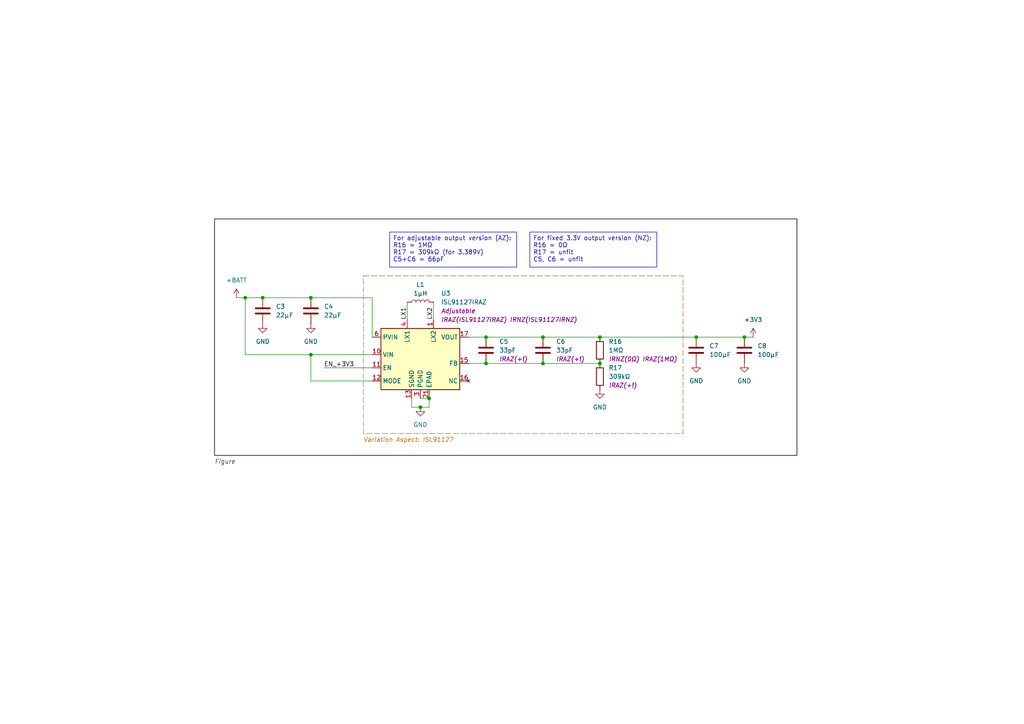
<source format=kicad_sch>
(kicad_sch (version 20231120) (generator "eeschema") (generator_version "8.0")
  (paper "A4")
  (title_block (title "KiVar Demo") (date "2024-09-14") (rev "0.4.0") (company "Author: Mark Hämmerling <dev@markh.de>") (comment 1 "https://github.com/markh-de/KiVar") (comment 4 "IC Variant Selection"))
  (lib_symbols
    (symbol "Device:C" (pin_numbers hide) (pin_names (offset 0.254))
      (property "Reference" "C" (at 0.635 2.54 0))
      (property "Value" "C" (at 0.635 -2.54 0))
      (symbol "C_0_1"
        (polyline (pts (xy -2.032 -0.762) (xy 2.032 -0.762)) (stroke (width 0.508)))
        (polyline (pts (xy -2.032 0.762) (xy 2.032 0.762)) (stroke (width 0.508)))
      )
      (symbol "C_1_1"
        (pin passive line (at 0 3.81 270) (length 2.794) (name "~") (number "1"))
        (pin passive line (at 0 -3.81 90) (length 2.794) (name "~") (number "2"))
      )
    )
    (symbol "Device:R" (pin_numbers hide) (pin_names (offset 0))
      (property "Reference" "R" (at 2.032 0 90))
      (property "Value" "R" (at 0 0 90))
      (symbol "R_0_1"
        (rectangle (start -1.016 -2.54) (end 1.016 2.54) (stroke (width 0.254)))
      )
      (symbol "R_1_1"
        (pin passive line (at 0 3.81 270) (length 1.27) (name "~") (number "1"))
        (pin passive line (at 0 -3.81 90) (length 1.27) (name "~") (number "2"))
      )
    )
    (symbol "markh-de:ISL91127IR"
      (property "Reference" "U" (at -11.43 10.16 0))
      (property "Value" "ISL91127IR" (at 5.08 -11.43 0))
      (symbol "ISL91127IR_0_0"
        (pin passive line (at 13.97 6.35 180) (length 2.54) hide (name "VOUT") (number "18"))
        (pin passive line (at 13.97 6.35 180) (length 2.54) hide (name "VOUT") (number "19"))
        (pin passive line (at 13.97 6.35 180) (length 2.54) hide (name "VOUT") (number "20"))
        (pin power_in line (at 2.54 -11.43 90) (length 2.54) (name "EPAD") (number "21"))
      )
      (symbol "ISL91127IR_0_1"
        (rectangle (start -11.43 8.89) (end 11.43 -8.89) (stroke (width 0.254)) (fill (type background)))
      )
      (symbol "ISL91127IR_1_1"
        (pin passive line (at 3.81 11.43 270) (length 2.54) (name "LX2") (number "1"))
        (pin power_in line (at -13.97 1.27 0) (length 2.54) (name "VIN") (number "10"))
        (pin input line (at -13.97 -2.54 0) (length 2.54) (name "EN") (number "11"))
        (pin input line (at -13.97 -6.35 0) (length 2.54) (name "MODE") (number "12"))
        (pin power_in line (at -2.54 -11.43 90) (length 2.54) (name "SGND") (number "13"))
        (pin passive line (at -2.54 -11.43 90) (length 2.54) hide (name "SGND") (number "14"))
        (pin passive line (at 13.97 -1.27 180) (length 2.54) (name "FB") (number "15"))
        (pin no_connect line (at 13.97 -6.35 180) (length 2.54) (name "NC") (number "16"))
        (pin power_out line (at 13.97 6.35 180) (length 2.54) (name "VOUT") (number "17"))
        (pin passive line (at 3.81 11.43 270) (length 2.54) hide (name "LX2") (number "2"))
        (pin power_in line (at 0 -11.43 90) (length 2.54) (name "PGND") (number "3"))
        (pin passive line (at -3.81 11.43 270) (length 2.54) (name "LX1") (number "4"))
        (pin passive line (at -3.81 11.43 270) (length 2.54) hide (name "LX1") (number "5"))
        (pin power_in line (at -13.97 6.35 0) (length 2.54) (name "PVIN") (number "6"))
        (pin passive line (at -13.97 6.35 0) (length 2.54) hide (name "PVIN") (number "7"))
        (pin passive line (at -13.97 6.35 0) (length 2.54) hide (name "PVIN") (number "8"))
        (pin passive line (at -13.97 6.35 0) (length 2.54) hide (name "PVIN") (number "9"))
      )
    )
    (symbol "markh-de:L_with_SOW" (pin_numbers hide) (pin_names (offset 1.016) hide)
      (property "Reference" "L" (at -1.27 0 90))
      (property "Value" "L_with_SOW" (at 1.905 0 90))
      (symbol "L_with_SOW_0_1"
        (arc (start 0 -2.54) (mid 0.6323 -1.905) (end 0 -1.27))
        (arc (start 0 -1.27) (mid 0.6323 -0.635) (end 0 0))
        (arc (start 0 0) (mid 0.6323 0.635) (end 0 1.27))
        (arc (start 0 1.27) (mid 0.6323 1.905) (end 0 2.54))
        (circle (center 0.762 2.54) (radius 0.0508) (fill (type outline)))
      )
      (symbol "L_with_SOW_1_1"
        (pin passive line (at 0 3.81 270) (length 1.27) (name "1") (number "1"))
        (pin passive line (at 0 -3.81 90) (length 1.27) (name "2") (number "2"))
      )
    )
    (symbol "power:+3V3" (power) (pin_numbers hide) (pin_names (offset 0) hide)
      (property "Value" "+3V3" (at 0 3.556 0))
      (symbol "+3V3_0_1"
        (polyline (pts (xy -0.762 1.27) (xy 0 2.54)))
        (polyline (pts (xy 0 0) (xy 0 2.54)))
        (polyline (pts (xy 0 2.54) (xy 0.762 1.27)))
      )
      (symbol "+3V3_1_1"
        (pin power_in line (at 0 0 90) (length 0) (name "~") (number "1"))
      )
    )
    (symbol "power:+BATT" (power) (pin_names (offset 0))
      (property "Value" "+BATT" (at 0 3.556 0))
      (symbol "+BATT_0_1"
        (polyline (pts (xy -0.762 1.27) (xy 0 2.54)))
        (polyline (pts (xy 0 0) (xy 0 2.54)))
        (polyline (pts (xy 0 2.54) (xy 0.762 1.27)))
      )
      (symbol "+BATT_1_1"
        (pin power_in line (at 0 0 90) (length 0) hide (name "+BATT") (number "1"))
      )
    )
    (symbol "power:GND" (power) (pin_names (offset 0))
      (property "Value" "GND" (at 0 -3.81 0))
      (symbol "GND_0_1"
        (polyline (pts (xy 0 0) (xy 0 -1.27) (xy 1.27 -1.27) (xy 0 -2.54) (xy -1.27 -1.27) (xy 0 -1.27)))
      )
      (symbol "GND_1_1"
        (pin power_in line (at 0 0 270) (length 0) hide (name "GND") (number "1"))
      )
    )
  )
  (junction (at 90.17 86.36))
  (junction (at 157.48 97.79))
  (junction (at 173.99 105.41))
  (junction (at 201.93 97.79))
  (junction (at 140.97 105.41))
  (junction (at 140.97 97.79))
  (junction (at 121.92 118.11))
  (junction (at 157.48 105.41))
  (junction (at 90.17 102.87))
  (junction (at 124.46 115.57))
  (junction (at 71.12 86.36))
  (junction (at 76.2 86.36))
  (junction (at 215.9 97.79))
  (junction (at 173.99 97.79))
  (wire (pts (xy 140.97 97.79) (xy 157.48 97.79)))
  (wire (pts (xy 90.17 86.36) (xy 107.95 86.36)))
  (wire (pts (xy 218.44 97.79) (xy 215.9 97.79)))
  (wire (pts (xy 119.38 115.57) (xy 119.38 118.11)))
  (wire (pts (xy 121.92 118.11) (xy 124.46 118.11)))
  (wire (pts (xy 140.97 105.41) (xy 157.48 105.41)))
  (wire (pts (xy 135.89 97.79) (xy 140.97 97.79)))
  (wire (pts (xy 90.17 110.49) (xy 90.17 102.87)))
  (wire (pts (xy 107.95 110.49) (xy 90.17 110.49)))
  (wire (pts (xy 173.99 97.79) (xy 201.93 97.79)))
  (wire (pts (xy 93.98 106.68) (xy 107.95 106.68)))
  (wire (pts (xy 107.95 86.36) (xy 107.95 97.79)))
  (wire (pts (xy 157.48 97.79) (xy 173.99 97.79)))
  (wire (pts (xy 71.12 102.87) (xy 71.12 86.36)))
  (wire (pts (xy 118.11 87.63) (xy 118.11 92.71)))
  (wire (pts (xy 125.73 87.63) (xy 125.73 92.71)))
  (wire (pts (xy 135.89 105.41) (xy 140.97 105.41)))
  (wire (pts (xy 157.48 105.41) (xy 173.99 105.41)))
  (wire (pts (xy 201.93 97.79) (xy 215.9 97.79)))
  (wire (pts (xy 71.12 86.36) (xy 76.2 86.36)))
  (wire (pts (xy 68.58 86.36) (xy 71.12 86.36)))
  (wire (pts (xy 90.17 102.87) (xy 107.95 102.87)))
  (wire (pts (xy 71.12 102.87) (xy 90.17 102.87)))
  (wire (pts (xy 121.92 115.57) (xy 124.46 115.57)))
  (wire (pts (xy 124.46 115.57) (xy 124.46 118.11)))
  (wire (pts (xy 76.2 86.36) (xy 90.17 86.36)))
  (wire (pts (xy 119.38 118.11) (xy 121.92 118.11)))
  (rectangle (start 62.23 63.5) (end 231.14 132.08) (stroke (width 0.254) (color 72 72 72 1)))
  (rectangle (start 105.41 80.01) (end 198.12 125.73) (stroke (width 0) (type dash) (color 204 102 0 1)))
  (text_box "For adjustable output version (AZ):\n${19266913-80e0-457a-99b2-78e8e0500366:REFERENCE} = 1MΩ\n${a9bf9950-5f5b-43e4-8b8c-8c8b79f444c7:REFERENCE} = 309kΩ (for 3.389V)\n${abb20631-1ddd-48a5-a6d8-1b902ca094b4:REFERENCE}+${a4ade26b-8133-417f-a3c4-f707e58b4e1d:REFERENCE} = 66pF" (at 113.03 67.31 0) (size 36.83 10.16) (effects (font (size 1.27 1.27)) (justify left top)))
  (text_box "For fixed 3.3V output version (NZ):\n${19266913-80e0-457a-99b2-78e8e0500366:REFERENCE} = 0Ω\n${a9bf9950-5f5b-43e4-8b8c-8c8b79f444c7:REFERENCE} = unfit\n${abb20631-1ddd-48a5-a6d8-1b902ca094b4:REFERENCE}, ${a4ade26b-8133-417f-a3c4-f707e58b4e1d:REFERENCE} = unfit" (at 153.67 67.31 0) (size 36.83 10.16) (effects (font (size 1.27 1.27)) (justify left top)))
  (text "Figure" (at 62.23 133.35 0) (effects (font (size 1.27 1.27) (italic yes)) (justify left top)))
  (text "Variation Aspect: ${61002a8a-6b88-406b-8c99-a0cdff0f1a3f:Var.Aspect}" (at 105.41 127 0) (effects (font (size 1.27 1.27) (italic yes)) (justify left top)))
  (label "LX1" (at 118.11 92.71 90))
  (label "LX2" (at 125.73 92.71 90))
  (label "EN_+3V3" (at 93.98 106.68 0))
  (symbol (lib_id "power:GND") (at 173.99 113.03 0) (unit 1)
    (property "Reference" "#PWR023" (effects (hide yes)))
    (property "Value" "GND" (at 173.99 118.11 0))
  )
  (symbol (lib_id "power:+3V3") (at 218.44 97.79 0) (unit 1)
    (property "Reference" "#PWR017" (effects (hide yes)))
    (property "Value" "+3V3" (at 218.44 92.71 0))
  )
  (symbol (lib_id "Device:R") (at 173.99 101.6 0) (unit 1)
    (property "Reference" "R16" (at 176.53 99.0599 0) (effects (justify left)))
    (property "Value" "1MΩ" (at 176.53 101.5999 0) (effects (justify left)))
    (property "Footprint" "Resistor_SMD:R_0402_1005Metric" (effects (hide yes)))
    (property "Var.Aspect" "ISL91127" (effects (hide yes)))
    (property "Var" "IRNZ(0Ω) IRAZ(1MΩ)" (at 176.53 104.1399 0) (effects (font (italic yes)) (justify left)))
  )
  (symbol (lib_id "power:GND") (at 121.92 118.11 0) (unit 1)
    (property "Reference" "#PWR021" (effects (hide yes)))
    (property "Value" "GND" (at 121.92 123.19 0))
  )
  (symbol (lib_id "power:+BATT") (at 68.58 86.36 0) (unit 1)
    (property "Reference" "#PWR010" (effects (hide yes)))
    (property "Value" "+BATT" (at 68.58 81.28 0))
    (property "Description" "Power symbol creates a global label with name \"+BATT\"" (effects (hide yes)))
  )
  (symbol (lib_id "power:GND") (at 215.9 105.41 0) (unit 1)
    (property "Reference" "#PWR019" (effects (hide yes)))
    (property "Value" "GND" (at 215.9 110.49 0))
  )
  (symbol (lib_id "Device:C") (at 76.2 90.17 0) (unit 1)
    (property "Reference" "C3" (at 80.01 88.8999 0) (effects (justify left)))
    (property "Value" "22µF" (at 80.01 91.4399 0) (effects (justify left)))
    (property "Footprint" "Capacitor_SMD:C_1206_3216Metric" (effects (hide yes)))
  )
  (symbol (lib_id "Device:C") (at 90.17 90.17 0) (unit 1)
    (property "Reference" "C4" (at 93.98 88.8999 0) (effects (justify left)))
    (property "Value" "22µF" (at 93.98 91.4399 0) (effects (justify left)))
    (property "Footprint" "Capacitor_SMD:C_1206_3216Metric" (effects (hide yes)))
  )
  (symbol (lib_id "markh-de:ISL91127IR") (at 121.92 104.14 0) (unit 1)
    (property "Reference" "U3" (at 127.9241 85.09 0) (effects (justify left)))
    (property "Value" "ISL91127IRAZ" (at 127.9241 87.63 0) (effects (justify left)))
    (property "Footprint" "Package_DFN_QFN:QFN-20-1EP_4x4mm_P0.5mm_EP2.5x2.5mm" (effects (hide yes)))
    (property "Datasheet" "https://www.renesas.com/us/en/document/dst/isl91127ir-datasheet" (effects (hide yes)))
    (property "Manufacturer" "Renesas Electronics Corporation" (effects (hide yes)))
    (property "MPN" "ISL91127IRAZ-T7A" (effects (hide yes)))
    (property "Info" "Adjustable" (at 127.9241 90.17 0) (effects (font (italic yes)) (justify left)))
    (property "Var.Aspect" "ISL91127" (effects (hide yes)))
    (property "Var" "IRAZ(ISL91127IRAZ) IRNZ(ISL91127IRNZ)" (at 127.9241 92.71 0) (effects (font (italic yes)) (justify left)))
    (property "MPN.Var" "IRAZ(ISL91127IRAZ-T7A) IRNZ(ISL91127IRNZ-T7A)" (effects (hide yes)))
    (property "Info.Var" "IRAZ(Adjustable) IRNZ(Fixed)" (effects (hide yes)))
    (property "VarID" "A" (effects (hide yes)))
    (property "VarID.Var" "IRAZ(A) IRNZ(N)" (effects (hide yes)))
  )
  (symbol (lib_id "power:GND") (at 201.93 105.41 0) (unit 1)
    (property "Reference" "#PWR018" (effects (hide yes)))
    (property "Value" "GND" (at 201.93 110.49 0))
  )
  (symbol (lib_id "power:GND") (at 90.17 93.98 0) (unit 1)
    (property "Reference" "#PWR016" (effects (hide yes)))
    (property "Value" "GND" (at 90.17 99.06 0))
  )
  (symbol (lib_id "power:GND") (at 76.2 93.98 0) (unit 1)
    (property "Reference" "#PWR015" (effects (hide yes)))
    (property "Value" "GND" (at 76.2 99.06 0))
  )
  (symbol (lib_id "Device:C") (at 157.48 101.6 0) (unit 1)
    (property "Reference" "C6" (at 161.29 99.0599 0) (effects (justify left)))
    (property "Value" "33pF" (at 161.29 101.5999 0) (effects (justify left)))
    (property "Footprint" "Capacitor_SMD:C_0402_1005Metric" (effects (hide yes)))
    (property "Var" "IRAZ(+!)" (at 161.29 104.1399 0) (effects (font (italic yes)) (justify left)))
    (property "Var.Aspect" "ISL91127" (effects (hide yes)))
  )
  (symbol (lib_id "Device:R") (at 173.99 109.22 0) (unit 1)
    (property "Reference" "R17" (at 176.53 106.6799 0) (effects (justify left)))
    (property "Value" "309kΩ" (at 176.53 109.2199 0) (effects (justify left)))
    (property "Footprint" "Resistor_SMD:R_0402_1005Metric" (effects (hide yes)))
    (property "Var.Aspect" "ISL91127" (effects (hide yes)))
    (property "Var" "IRAZ(+!)" (at 176.53 111.7599 0) (effects (font (italic yes)) (justify left)))
  )
  (symbol (lib_id "Device:C") (at 140.97 101.6 0) (unit 1)
    (property "Reference" "C5" (at 144.78 99.0599 0) (effects (justify left)))
    (property "Value" "33pF" (at 144.78 101.5999 0) (effects (justify left)))
    (property "Footprint" "Capacitor_SMD:C_0402_1005Metric" (effects (hide yes)))
    (property "Var" "IRAZ(+!)" (at 144.78 104.1399 0) (effects (font (italic yes)) (justify left)))
    (property "Var.Aspect" "ISL91127" (effects (hide yes)))
  )
  (symbol (lib_id "Device:C") (at 201.93 101.6 0) (unit 1)
    (property "Reference" "C7" (at 205.74 100.3299 0) (effects (justify left)))
    (property "Value" "100µF" (at 205.74 102.8699 0) (effects (justify left)))
    (property "Footprint" "Capacitor_SMD:C_1210_3225Metric" (effects (hide yes)))
  )
  (symbol (lib_id "Device:C") (at 215.9 101.6 0) (unit 1)
    (property "Reference" "C8" (at 219.71 100.3299 0) (effects (justify left)))
    (property "Value" "100µF" (at 219.71 102.8699 0) (effects (justify left)))
    (property "Footprint" "Capacitor_SMD:C_1210_3225Metric" (effects (hide yes)))
  )
  (symbol (lib_id "markh-de:L_with_SOW") (at 121.92 87.63 270) (mirror x) (unit 1)
    (property "Reference" "L1" (at 121.9454 82.55 90))
    (property "Value" "1µH" (at 121.9454 85.09 90))
    (property "Footprint" "Inductor_SMD:L_Coilcraft_XAL4030-XXX" (effects (hide yes)))
  )
)
</source>
